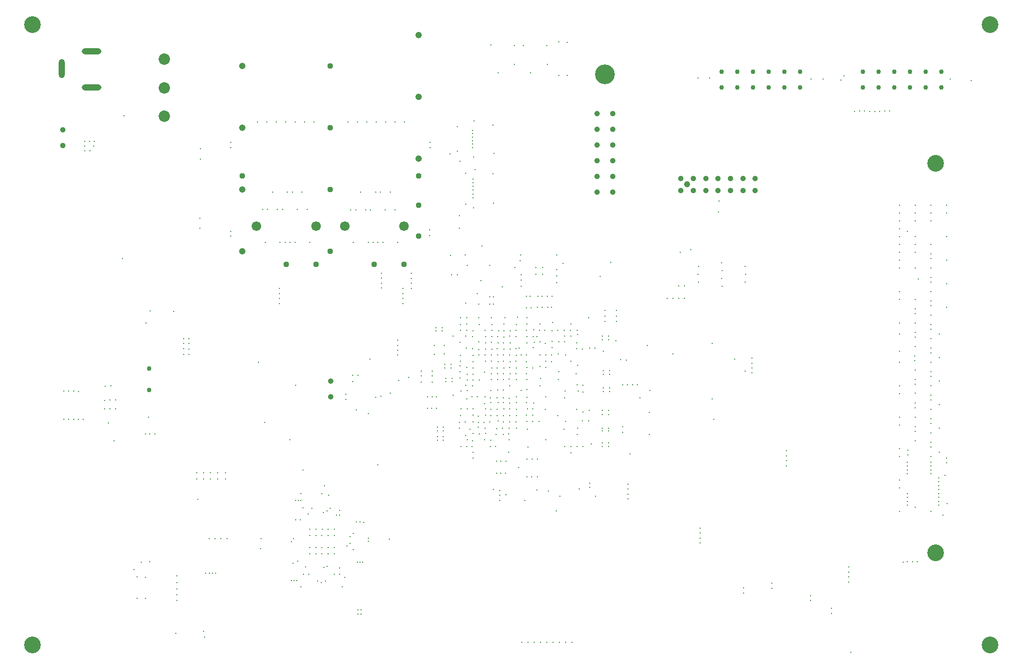
<source format=gbr>
G04 Layer_Color=0*
%FSLAX45Y45*%
%MOMM*%
%TF.FileFunction,Plated,1,6,PTH,Drill*%
%TF.Part,Single*%
G01*
G75*
%TA.AperFunction,ComponentDrill*%
%ADD220C,0.90000*%
%TA.AperFunction,OtherDrill,Pad Free-2 (112.928mm,131.267mm)*%
%ADD221C,3.20000*%
%TA.AperFunction,ComponentDrill*%
%ADD222C,0.95000*%
%ADD223C,1.05000*%
%ADD224C,1.55000*%
%ADD225C,0.76200*%
%ADD226C,0.90000*%
%ADD227C,1.00000*%
%ADD228C,1.85000*%
%TA.AperFunction,OtherDrill,Pad Free-MH3 (175.285mm,39.04mm)*%
%ADD229C,2.70000*%
%TA.AperFunction,OtherDrill,Pad Free-MH3 (20.345mm,39.04mm)*%
%ADD230C,2.70000*%
%TA.AperFunction,OtherDrill,Pad Free-MH3 (20.345mm,139.37mm)*%
%ADD231C,2.70000*%
%TA.AperFunction,OtherDrill,Pad Free-MH3 (175.285mm,139.37mm)*%
%ADD232C,2.70000*%
%TA.AperFunction,OtherDrill,Pad Free-MH3 (166.4mm,116.891mm)*%
%ADD233C,2.70000*%
%TA.AperFunction,OtherDrill,Pad Free-MH3 (166.4mm,53.891mm)*%
%ADD234C,2.70000*%
%TA.AperFunction,ComponentDrill*%
%ADD235O,3.17500X1.00000*%
%ADD236O,1.00000X3.10000*%
%TA.AperFunction,ViaDrill,NotFilled*%
%ADD237C,0.17780*%
%ADD238C,0.20320*%
%ADD239C,0.25400*%
%ADD240C,0.20000*%
D220*
X2519680Y11976100D02*
D03*
Y12230100D02*
D03*
X11419840Y11221720D02*
D03*
X11165840D02*
D03*
X11419840Y11475720D02*
D03*
X11165840D02*
D03*
X11419840Y11729720D02*
D03*
X11165840D02*
D03*
X11419840Y11983720D02*
D03*
X11165840D02*
D03*
X11419840Y12237720D02*
D03*
X11165840D02*
D03*
X11419840Y12491720D02*
D03*
X11165840D02*
D03*
X6852920Y8166100D02*
D03*
Y7912100D02*
D03*
D221*
X11292840Y13126720D02*
D03*
D222*
X6850320Y13263840D02*
D03*
Y12263840D02*
D03*
Y11263840D02*
D03*
Y10263840D02*
D03*
X8275320Y10513840D02*
D03*
Y11013840D02*
D03*
X5425320Y11483840D02*
D03*
X8275320D02*
D03*
X6617320Y10053840D02*
D03*
X6137320D02*
D03*
X7562320D02*
D03*
X8042320D02*
D03*
D223*
X5425320Y10263840D02*
D03*
Y11263840D02*
D03*
Y12263840D02*
D03*
Y13263840D02*
D03*
X8275320Y11763840D02*
D03*
Y12763840D02*
D03*
Y13763840D02*
D03*
D224*
X6617320Y10673839D02*
D03*
X5657320D02*
D03*
X8042320Y10673840D02*
D03*
X7082320D02*
D03*
D225*
X3916680Y8023860D02*
D03*
Y8373860D02*
D03*
X14455141Y13169901D02*
D03*
X14201140D02*
D03*
X13947141D02*
D03*
X13693140D02*
D03*
X13439140D02*
D03*
X13185139D02*
D03*
X14455141Y12915900D02*
D03*
X14201140D02*
D03*
X13947141D02*
D03*
X13693140D02*
D03*
X13439140D02*
D03*
X13185139D02*
D03*
X16741141Y13169901D02*
D03*
X16487140D02*
D03*
X16233141D02*
D03*
X15979140D02*
D03*
X15725140D02*
D03*
X15471140D02*
D03*
X16741141Y12915900D02*
D03*
X16487140D02*
D03*
X16233141D02*
D03*
X15979140D02*
D03*
X15725140D02*
D03*
X15471140D02*
D03*
D226*
X13724181Y11448720D02*
D03*
X13524181D02*
D03*
X13324181D02*
D03*
X13124181D02*
D03*
X12924181D02*
D03*
X12724180D02*
D03*
X12524180D02*
D03*
X13724181Y11248720D02*
D03*
X13524181D02*
D03*
X13324181D02*
D03*
X13124181D02*
D03*
X12924181D02*
D03*
X12724180D02*
D03*
X12524180D02*
D03*
D227*
X12624180Y11348720D02*
D03*
D228*
X4165600Y12453360D02*
D03*
Y13373360D02*
D03*
Y12913361D02*
D03*
D229*
X17528539Y3903979D02*
D03*
D230*
X2034540D02*
D03*
D231*
X2034540Y13936980D02*
D03*
D232*
X17528540Y13936980D02*
D03*
D233*
X16639999Y11689070D02*
D03*
D234*
Y5389070D02*
D03*
D235*
X2988280Y12919881D02*
D03*
Y13499879D02*
D03*
D236*
X2508280Y13219881D02*
D03*
D237*
X7806360Y5608320D02*
D03*
X7350000Y4400000D02*
D03*
X7300000D02*
D03*
X7350000Y4470000D02*
D03*
X7300000D02*
D03*
X6800000Y6070000D02*
D03*
X4990000Y5060000D02*
D03*
X4940000D02*
D03*
X4890000D02*
D03*
X6742900Y5156200D02*
D03*
X7040080Y4838700D02*
D03*
X7390600Y5885180D02*
D03*
X7326959Y5892000D02*
D03*
X7268680Y5887720D02*
D03*
X6445720Y5161280D02*
D03*
X6996900Y5145240D02*
D03*
X6547320Y6114580D02*
D03*
X6996900Y5046980D02*
D03*
X6918160Y5041900D02*
D03*
X6417780Y5046980D02*
D03*
X6222200Y4942840D02*
D03*
X6265380D02*
D03*
X6308560D02*
D03*
X6501600Y5046180D02*
D03*
X6737020Y6045200D02*
D03*
X6493980Y6019800D02*
D03*
X6290780Y6238240D02*
D03*
X6333019Y6237440D02*
D03*
X6374600Y6238240D02*
D03*
Y4841240D02*
D03*
X4703280Y6258560D02*
D03*
X6371120Y6350000D02*
D03*
X6646380Y4937760D02*
D03*
X6770840D02*
D03*
X6707340Y4904740D02*
D03*
X6222200Y5572760D02*
D03*
X5726200Y5619180D02*
D03*
X5725510Y5462150D02*
D03*
X6714890Y6347460D02*
D03*
X7283920Y5242560D02*
D03*
X7329640D02*
D03*
X7375360D02*
D03*
X7466800Y5580380D02*
D03*
Y5626100D02*
D03*
X6946639Y5996639D02*
D03*
X6996639D02*
D03*
X7000000Y6080000D02*
D03*
X6410000Y6120000D02*
D03*
X6850000Y6110000D02*
D03*
X7085800Y4995800D02*
D03*
X4830000Y5060000D02*
D03*
X6258812Y5621020D02*
D03*
X6799986Y5169990D02*
D03*
X7169986Y5649989D02*
D03*
X7117080Y5504180D02*
D03*
X7169986Y5539989D02*
D03*
X7617460Y6812280D02*
D03*
X15270000Y3779520D02*
D03*
D238*
X8021320Y9503400D02*
D03*
X8160000Y9830000D02*
D03*
X7675880Y9833600D02*
D03*
X8160000Y9750000D02*
D03*
X7675880Y9753600D02*
D03*
X8021320Y9583400D02*
D03*
X6027420Y9583416D02*
D03*
Y9503416D02*
D03*
X9044940Y9431020D02*
D03*
X9254100Y9190060D02*
D03*
X9261880Y9082280D02*
D03*
X10132060Y8707120D02*
D03*
X11740000Y8110000D02*
D03*
X9361880Y7617840D02*
D03*
X11660000Y8110000D02*
D03*
X9361880Y7717840D02*
D03*
X13566141Y10022840D02*
D03*
X10927080Y8686800D02*
D03*
X10640000Y8900000D02*
D03*
Y8800000D02*
D03*
X10849978Y8919982D02*
D03*
X8961120Y7110000D02*
D03*
X9040000Y7290000D02*
D03*
X8940000Y7500000D02*
D03*
X8560000Y8980000D02*
D03*
X8660000D02*
D03*
Y9030000D02*
D03*
X8560000D02*
D03*
X8690000Y8740000D02*
D03*
X8947780Y8795380D02*
D03*
X8530000Y8740000D02*
D03*
X12830000Y5550000D02*
D03*
X16694000Y6160020D02*
D03*
X16189967Y10589979D02*
D03*
X16703000Y8930000D02*
D03*
X16700000Y8550000D02*
D03*
Y8170000D02*
D03*
Y7790000D02*
D03*
Y7410000D02*
D03*
Y7020000D02*
D03*
X16800000Y6640000D02*
D03*
X16186000Y6160020D02*
D03*
X16569540Y6668020D02*
D03*
X15239999Y4920000D02*
D03*
Y5160000D02*
D03*
X9107817Y7389500D02*
D03*
X16691460Y6601980D02*
D03*
Y6414020D02*
D03*
X13670000Y8300000D02*
D03*
Y8540000D02*
D03*
X16694000Y6347980D02*
D03*
X16567000Y6063500D02*
D03*
X16821001Y9365500D02*
D03*
Y9746500D02*
D03*
Y10127500D02*
D03*
Y10508500D02*
D03*
Y10889500D02*
D03*
X16567000Y11016500D02*
D03*
Y10762500D02*
D03*
Y10381500D02*
D03*
Y10000500D02*
D03*
Y9619500D02*
D03*
Y9238500D02*
D03*
Y8857500D02*
D03*
Y8476500D02*
D03*
Y8095500D02*
D03*
Y7714500D02*
D03*
Y7333500D02*
D03*
Y6952500D02*
D03*
X16059000Y11016500D02*
D03*
Y10762500D02*
D03*
Y10508500D02*
D03*
Y10254500D02*
D03*
Y10127500D02*
D03*
Y10000500D02*
D03*
Y9619500D02*
D03*
Y9492500D02*
D03*
Y9111500D02*
D03*
Y8933700D02*
D03*
Y8654300D02*
D03*
Y8476500D02*
D03*
Y8095500D02*
D03*
Y7968500D02*
D03*
Y7587500D02*
D03*
Y7460500D02*
D03*
Y7079500D02*
D03*
Y6952500D02*
D03*
Y6571500D02*
D03*
Y6444500D02*
D03*
Y6063500D02*
D03*
X16313000Y7206500D02*
D03*
Y7587500D02*
D03*
X16313499Y7970000D02*
D03*
X16313000Y8349500D02*
D03*
Y8730500D02*
D03*
Y9111500D02*
D03*
Y9492500D02*
D03*
Y10381500D02*
D03*
Y10889500D02*
D03*
Y10254500D02*
D03*
X16567000Y10889500D02*
D03*
X16821001Y11016500D02*
D03*
X16313000Y10000500D02*
D03*
X16059000Y10381500D02*
D03*
X16313000Y10508500D02*
D03*
X16059000Y10635500D02*
D03*
X16313000Y10762500D02*
D03*
Y11016500D02*
D03*
X16059000Y10889500D02*
D03*
X9360000Y8490000D02*
D03*
X9454100Y8490060D02*
D03*
X9563100Y8478520D02*
D03*
X9654100Y8490060D02*
D03*
X9761880Y8482280D02*
D03*
X9754100Y8390060D02*
D03*
X9854100Y8490060D02*
D03*
X10022840Y8483600D02*
D03*
X16350000Y5245000D02*
D03*
X9661880Y8682280D02*
D03*
X9654100Y8590060D02*
D03*
Y8790060D02*
D03*
X9565640Y8788400D02*
D03*
X9454100Y9190060D02*
D03*
X9569981Y8979982D02*
D03*
X9461880Y9082280D02*
D03*
X10734100Y8990060D02*
D03*
X10030000Y9090000D02*
D03*
X9861880Y9082280D02*
D03*
X10100000Y9350000D02*
D03*
X11480000Y9310000D02*
D03*
X9360940Y8682280D02*
D03*
Y8782280D02*
D03*
X7942580Y8747740D02*
D03*
X9490000Y9530000D02*
D03*
X9430000D02*
D03*
X9490000Y9410000D02*
D03*
X9430000D02*
D03*
X9250680Y9413240D02*
D03*
X8160000Y9670000D02*
D03*
X10030000Y9190000D02*
D03*
X11250000Y7170000D02*
D03*
X8500000Y8330000D02*
D03*
X8720000Y8160000D02*
D03*
X8820000D02*
D03*
Y8210000D02*
D03*
X8320000Y8330000D02*
D03*
X8501220Y8152320D02*
D03*
X8321220D02*
D03*
X8720000Y8210000D02*
D03*
X8800000Y8380000D02*
D03*
Y8440000D02*
D03*
X8700000Y8380000D02*
D03*
Y8440000D02*
D03*
X11370000Y8280000D02*
D03*
Y8340000D02*
D03*
X11270000Y8280000D02*
D03*
Y8340000D02*
D03*
X11350000Y7630000D02*
D03*
Y7690000D02*
D03*
X11250000Y7630000D02*
D03*
Y7690000D02*
D03*
Y7410000D02*
D03*
X11350000D02*
D03*
Y7360000D02*
D03*
X11250000D02*
D03*
X10830000Y8290000D02*
D03*
X10940000Y8100000D02*
D03*
X11580000Y8110000D02*
D03*
X10940000Y7110000D02*
D03*
X10840000D02*
D03*
X10740000D02*
D03*
X10640000D02*
D03*
X10230000Y7520000D02*
D03*
X10040000Y7720000D02*
D03*
X11030000Y9190000D02*
D03*
X10740000Y9090000D02*
D03*
X10540000Y8610000D02*
D03*
X10240000Y8590000D02*
D03*
X10550000Y8320000D02*
D03*
X10250000Y8210000D02*
D03*
X10340000Y7910000D02*
D03*
X10530000Y7610000D02*
D03*
X10659979Y7517999D02*
D03*
X10932160Y7523480D02*
D03*
X10630000Y7390000D02*
D03*
X10030000Y8390000D02*
D03*
X8960000Y7610000D02*
D03*
X9450000D02*
D03*
X9750000Y7720000D02*
D03*
X10026320Y7817840D02*
D03*
X11070000Y7150000D02*
D03*
X10740000Y7010000D02*
D03*
X10050000Y7100000D02*
D03*
X9854100Y7510060D02*
D03*
X9550000Y7610000D02*
D03*
X9937160Y8018780D02*
D03*
X9456420Y8793480D02*
D03*
X9151620Y8696960D02*
D03*
X9250680Y8806180D02*
D03*
X9254100Y8590060D02*
D03*
X9674860Y9194800D02*
D03*
X9854100Y8290060D02*
D03*
X9454100D02*
D03*
X8947500Y8410000D02*
D03*
X9554100Y8590060D02*
D03*
X9354100D02*
D03*
X9054100Y9190060D02*
D03*
X8954100D02*
D03*
X9054100Y8990060D02*
D03*
Y9090060D02*
D03*
X9854100Y8890060D02*
D03*
Y8990060D02*
D03*
X9554100Y8890060D02*
D03*
X10834100Y8690060D02*
D03*
X10634100Y8990060D02*
D03*
X10534100D02*
D03*
X10234100D02*
D03*
X9050020Y8702040D02*
D03*
X7675881Y9911919D02*
D03*
X8021320Y9663400D02*
D03*
X8160000Y9910000D02*
D03*
X8021320Y9423400D02*
D03*
X9558020Y8282940D02*
D03*
X10022840D02*
D03*
X9761220Y8285480D02*
D03*
X9060180Y8384540D02*
D03*
X6027420Y9663416D02*
D03*
X9159240Y7018020D02*
D03*
X7942580Y8827740D02*
D03*
X10026320Y7617840D02*
D03*
X10126320Y7717840D02*
D03*
X9561880Y7817840D02*
D03*
X9161880Y8982280D02*
D03*
X9154100Y8890060D02*
D03*
X9661880Y7717840D02*
D03*
X10660000Y8590000D02*
D03*
X10426320Y8482280D02*
D03*
X10126320Y8382280D02*
D03*
X9654100Y8290060D02*
D03*
X10030460Y8196580D02*
D03*
X7675881Y9671919D02*
D03*
X9754100Y8590060D02*
D03*
X9461880Y8682280D02*
D03*
X9862820Y8382000D02*
D03*
X9661880Y8382280D02*
D03*
X9461880D02*
D03*
X11666220Y6501100D02*
D03*
Y6261100D02*
D03*
X9454100Y8590060D02*
D03*
X9151620Y8088500D02*
D03*
X12301220Y9502140D02*
D03*
X12578080Y9705340D02*
D03*
X12485793Y9708727D02*
D03*
X12509500Y10248900D02*
D03*
X12684760Y10292080D02*
D03*
X6027420Y9423416D02*
D03*
X10334100Y8490060D02*
D03*
Y8390060D02*
D03*
Y8590060D02*
D03*
X7942580Y8587740D02*
D03*
X9756140Y8900160D02*
D03*
X9552940Y8689340D02*
D03*
X9174480Y12374880D02*
D03*
X9484360Y12311380D02*
D03*
X9500800Y11852840D02*
D03*
X9170600Y11791880D02*
D03*
X8908980Y11883320D02*
D03*
Y12282100D02*
D03*
X9169400Y10972800D02*
D03*
X9493180Y11045120D02*
D03*
X9480620Y11520240D02*
D03*
X9189720Y11590020D02*
D03*
X10642600Y7894320D02*
D03*
X10033000Y7513320D02*
D03*
X10429240Y8592820D02*
D03*
X10243820Y8404860D02*
D03*
X9044100Y8900060D02*
D03*
X8420000Y7910000D02*
D03*
X8570000D02*
D03*
X8500000D02*
D03*
X8420000Y7730000D02*
D03*
X8490000D02*
D03*
X8570000D02*
D03*
X8320000Y8250000D02*
D03*
X8500000D02*
D03*
X13566141Y9766300D02*
D03*
X13568680Y9895840D02*
D03*
X11390000Y10090000D02*
D03*
X9160000Y6920000D02*
D03*
X8580000Y7420000D02*
D03*
Y7360000D02*
D03*
X8680000Y7420000D02*
D03*
Y7360000D02*
D03*
X8580000Y7270000D02*
D03*
Y7210000D02*
D03*
X9354100Y8990060D02*
D03*
X10650000Y8010000D02*
D03*
X10240000Y8090000D02*
D03*
X10020000Y9350000D02*
D03*
Y9540000D02*
D03*
X10080000D02*
D03*
X10210000D02*
D03*
X10280000D02*
D03*
X10360000D02*
D03*
X10440000D02*
D03*
X10450000Y9120000D02*
D03*
X10200000Y9360000D02*
D03*
X11040000Y7690000D02*
D03*
X9540000Y6680000D02*
D03*
X9610000D02*
D03*
X9680000D02*
D03*
X9610000Y6870000D02*
D03*
X9540000D02*
D03*
X11290000Y9220000D02*
D03*
Y9130000D02*
D03*
X11480000Y9220000D02*
D03*
Y9130000D02*
D03*
X9636760Y9692640D02*
D03*
X10110000Y6620000D02*
D03*
X10200000D02*
D03*
X7960000Y8180000D02*
D03*
X8120000Y8230000D02*
D03*
X11470000Y8820000D02*
D03*
X9860000Y7610000D02*
D03*
X7820000Y7970000D02*
D03*
X7942580Y8667740D02*
D03*
X10030000Y8890000D02*
D03*
X9659981Y9089982D02*
D03*
X9759980Y8979982D02*
D03*
X9880000Y9200160D02*
D03*
X8840000Y7940000D02*
D03*
X10030000Y6620000D02*
D03*
X10120000Y6910000D02*
D03*
X10200000D02*
D03*
X9161780Y11130280D02*
D03*
Y11192256D02*
D03*
Y11254232D02*
D03*
Y11316208D02*
D03*
Y11378184D02*
D03*
Y11440160D02*
D03*
X9151620Y11943080D02*
D03*
Y11999976D02*
D03*
Y12056872D02*
D03*
Y12113768D02*
D03*
Y12170664D02*
D03*
Y12227560D02*
D03*
X10280000Y9360000D02*
D03*
X9690000Y6870000D02*
D03*
X9040000Y11530000D02*
D03*
Y11030000D02*
D03*
X9754260Y7610220D02*
D03*
X10033000Y7901940D02*
D03*
X9160000Y7507460D02*
D03*
X10845800Y7302500D02*
D03*
X9749980Y7809984D02*
D03*
X10140000Y7810500D02*
D03*
X9859980Y7819984D02*
D03*
X9649981D02*
D03*
X9449981D02*
D03*
X9859980Y7909984D02*
D03*
X9739981Y7889984D02*
D03*
X10330000Y7710000D02*
D03*
X11640000Y8510000D02*
D03*
X11981180Y8747760D02*
D03*
X11031220Y7520940D02*
D03*
X11370000Y8060000D02*
D03*
X12393507Y9502140D02*
D03*
X10126320Y7617840D02*
D03*
X12485793Y9502140D02*
D03*
X10126320Y7517840D02*
D03*
X12578080Y9502140D02*
D03*
X10039980Y7389985D02*
D03*
X10933540Y7670877D02*
D03*
X10839978Y8109984D02*
D03*
X11290000Y9310000D02*
D03*
X10019980Y8989982D02*
D03*
X10139980Y8999982D02*
D03*
X10329979Y8779982D02*
D03*
X8839982Y8899982D02*
D03*
X9549981Y8379983D02*
D03*
X9342120Y7806100D02*
D03*
X9453880Y8196580D02*
D03*
X9440000Y7900000D02*
D03*
X8530000Y8600000D02*
D03*
X8690000Y8610000D02*
D03*
X9739981Y8199984D02*
D03*
X9866160Y8195640D02*
D03*
X10029980Y8029984D02*
D03*
X9860000Y7713700D02*
D03*
X9249981Y8679983D02*
D03*
X9450000Y7710000D02*
D03*
X9550000D02*
D03*
X10535920Y8191500D02*
D03*
X9350000Y7910000D02*
D03*
X10854040Y7410000D02*
D03*
X10831796Y7711796D02*
D03*
X9359981Y8889982D02*
D03*
X11820000Y8110000D02*
D03*
X9654100Y8190060D02*
D03*
X9554100D02*
D03*
X9161880Y8382280D02*
D03*
X13670000Y8460000D02*
D03*
X9161880Y8282280D02*
D03*
X13670000Y8380000D02*
D03*
X9650000Y7900000D02*
D03*
X9550000D02*
D03*
X9346206Y8309887D02*
D03*
X9449064Y8019380D02*
D03*
X9749980Y8089984D02*
D03*
X9649981Y8019984D02*
D03*
X9559981D02*
D03*
X10939780Y7993380D02*
D03*
X10860000Y8010000D02*
D03*
X11270000Y8060000D02*
D03*
X11370000Y8000000D02*
D03*
X11270000D02*
D03*
X16567000Y10152900D02*
D03*
Y10229100D02*
D03*
X9261880Y8182280D02*
D03*
X9161880D02*
D03*
X16367760Y9817100D02*
D03*
X9860000Y7410000D02*
D03*
X9654040Y7610000D02*
D03*
X9751060Y7510780D02*
D03*
X9350000Y7410000D02*
D03*
X9527540Y7109460D02*
D03*
X9654540Y7510780D02*
D03*
X9568180Y7523480D02*
D03*
X9652000Y7306516D02*
D03*
X9738360Y7018020D02*
D03*
X10030000Y6910000D02*
D03*
X9161880Y7317840D02*
D03*
X16696539Y6541020D02*
D03*
X9240000Y7420000D02*
D03*
X11666220Y6341100D02*
D03*
X16696539Y6474980D02*
D03*
X9342120Y7216140D02*
D03*
X11666220Y6421100D02*
D03*
X14229080Y7038320D02*
D03*
Y6798320D02*
D03*
X12830000Y5790000D02*
D03*
X9146540Y7106920D02*
D03*
X14229080Y6958320D02*
D03*
X9151620Y7200900D02*
D03*
X14229080Y6878320D02*
D03*
X9429981Y7509985D02*
D03*
X16313000Y8882900D02*
D03*
X9339981Y7499985D02*
D03*
X16313000Y8959100D02*
D03*
X9449361Y7209155D02*
D03*
X16567000Y9009900D02*
D03*
X9439981Y7109986D02*
D03*
X16567000Y9086100D02*
D03*
Y8705100D02*
D03*
X9260000Y7310000D02*
D03*
X16567000Y8628900D02*
D03*
X9361880Y7317840D02*
D03*
X8680000Y7210000D02*
D03*
Y7270000D02*
D03*
X16193620Y6977900D02*
D03*
Y7054100D02*
D03*
X9040000Y8100000D02*
D03*
X9060000Y7880000D02*
D03*
X16186000Y6347980D02*
D03*
Y6668020D02*
D03*
X7670000Y7920000D02*
D03*
X16115437Y5242734D02*
D03*
X16569540Y6855980D02*
D03*
X16186000D02*
D03*
X16758920Y6002020D02*
D03*
X16827499Y6187440D02*
D03*
X16311880Y6126480D02*
D03*
X16567000Y9771900D02*
D03*
X9739981Y7409985D02*
D03*
X16567000Y9848100D02*
D03*
X9629981Y7409985D02*
D03*
X10340000Y7220000D02*
D03*
X11350000Y7110000D02*
D03*
Y7170000D02*
D03*
X11250000Y7110000D02*
D03*
X9738360Y7310120D02*
D03*
X16567000Y9390900D02*
D03*
X9740000Y7220000D02*
D03*
X16567000Y9467100D02*
D03*
X9537700Y7396480D02*
D03*
X16313000Y9263900D02*
D03*
X9532620Y7307580D02*
D03*
X16313000Y9340100D02*
D03*
X11044600Y8702040D02*
D03*
X11129600D02*
D03*
X10850000Y8420000D02*
D03*
X10744200Y8491220D02*
D03*
X9862820Y8580120D02*
D03*
X11350000Y8900000D02*
D03*
X11250000D02*
D03*
X11350000Y8840000D02*
D03*
X11250000D02*
D03*
X10838180Y8783320D02*
D03*
X9850120Y8696960D02*
D03*
X10025380Y8587740D02*
D03*
X10033000Y8783320D02*
D03*
X9942064Y8587740D02*
D03*
X9906000Y8704580D02*
D03*
X10130000Y8890000D02*
D03*
X10241280Y9093200D02*
D03*
X10436860Y8981440D02*
D03*
X10317480Y8989060D02*
D03*
X10370000Y9360000D02*
D03*
X10430000D02*
D03*
X10548620Y8803640D02*
D03*
X10188220Y8889500D02*
D03*
X15333980Y12532360D02*
D03*
X10246360Y8802320D02*
D03*
X15415623Y12532723D02*
D03*
X10746740Y8892540D02*
D03*
X15494725Y12533085D02*
D03*
X10840720Y8991600D02*
D03*
X15576369Y12530908D02*
D03*
X10439400Y8808720D02*
D03*
X15735300Y12529820D02*
D03*
X10441940Y8712200D02*
D03*
X15660551Y12528731D02*
D03*
X10152380Y8796020D02*
D03*
X15902939Y12534901D02*
D03*
X15821660Y12537440D02*
D03*
X9059982Y7109986D02*
D03*
X16313000Y8197100D02*
D03*
Y8120900D02*
D03*
X9061880Y7217840D02*
D03*
X12830000Y5710000D02*
D03*
X9161880Y7617840D02*
D03*
X16694000Y6287020D02*
D03*
X12830000Y5630000D02*
D03*
X9161880Y7717840D02*
D03*
X16694000Y6220980D02*
D03*
X8939982Y7409985D02*
D03*
X16567000Y8324100D02*
D03*
X9029982Y7509985D02*
D03*
X16567000Y8247900D02*
D03*
X8961880Y7717840D02*
D03*
X16313000Y7816100D02*
D03*
X9061880Y7717840D02*
D03*
X16313000Y7739900D02*
D03*
X9243300Y7599260D02*
D03*
X15239999Y5080000D02*
D03*
X16569540Y6728980D02*
D03*
X9243300Y7499260D02*
D03*
X15239999Y5000000D02*
D03*
X16569540Y6795020D02*
D03*
X9139982Y7909984D02*
D03*
X16567000Y7943100D02*
D03*
X9229660Y7914500D02*
D03*
X16567000Y7866900D02*
D03*
X8966200Y8008620D02*
D03*
X16313000Y7435100D02*
D03*
X9062720Y8018780D02*
D03*
X16313000Y7358900D02*
D03*
X16821001Y6850900D02*
D03*
X9061880Y8182280D02*
D03*
X13992860Y4898380D02*
D03*
X16821001Y6927100D02*
D03*
X9061880Y8282280D02*
D03*
X13992860Y4818380D02*
D03*
X16567000Y7485900D02*
D03*
X8949982Y8219984D02*
D03*
X13538200Y4819640D02*
D03*
X16567000Y7562100D02*
D03*
X8950000Y8320000D02*
D03*
X13538200Y4739640D02*
D03*
X16567000Y7104900D02*
D03*
X14620239Y4697720D02*
D03*
X8958540Y8485620D02*
D03*
X16567000Y7181100D02*
D03*
X8958540Y8585620D02*
D03*
X14620239Y4617720D02*
D03*
X14960001Y4490000D02*
D03*
X8958540Y8985620D02*
D03*
X14960001Y4410000D02*
D03*
X8958540Y9085620D02*
D03*
X9460000Y8890000D02*
D03*
X16186501Y6220480D02*
D03*
X9460000Y8990000D02*
D03*
X16186000Y6287020D02*
D03*
X9661880Y8882280D02*
D03*
X16186000Y6728980D02*
D03*
X9661880Y8982280D02*
D03*
X16186000Y6795020D02*
D03*
X9761880Y8682280D02*
D03*
X16189999Y5245000D02*
D03*
X9761880Y8782280D02*
D03*
X16270000Y5245000D02*
D03*
X9161880Y8582280D02*
D03*
X16307919Y8578100D02*
D03*
X9161880Y8482280D02*
D03*
X16307919Y8501900D02*
D03*
X9227820Y9580880D02*
D03*
D239*
X13192760Y9702800D02*
D03*
X13180060Y9829800D02*
D03*
X13187680Y9956800D02*
D03*
X13185139Y10083800D02*
D03*
X3926840Y5247640D02*
D03*
X11700000Y6990000D02*
D03*
X11580000Y7430000D02*
D03*
Y7340000D02*
D03*
X12010000Y7660000D02*
D03*
X12014200Y7305800D02*
D03*
X13056799Y7553640D02*
D03*
X9936480Y9799320D02*
D03*
X10510520Y9761220D02*
D03*
X10513060Y9872980D02*
D03*
X6474460Y10942320D02*
D03*
X4478020Y8775440D02*
D03*
Y8854180D02*
D03*
X4475480Y8689080D02*
D03*
Y8600180D02*
D03*
X4559300Y8775440D02*
D03*
X4561840Y8854180D02*
D03*
X4559300Y8686540D02*
D03*
Y8597640D02*
D03*
X10683240Y13108940D02*
D03*
X10551160Y13111481D02*
D03*
X12021820Y8018780D02*
D03*
X6410000Y6730000D02*
D03*
X10507980Y6065520D02*
D03*
X10568940Y6301740D02*
D03*
X11140440Y6306820D02*
D03*
X10375900Y6388100D02*
D03*
X9690100Y6327140D02*
D03*
X9430000Y10040000D02*
D03*
X9070000D02*
D03*
X9290000Y9790000D02*
D03*
X8816340Y9888220D02*
D03*
X10614660Y10073640D02*
D03*
X9834880Y10005060D02*
D03*
X9936480Y9702800D02*
D03*
Y9888220D02*
D03*
X9918700Y10116820D02*
D03*
X9926320Y10205720D02*
D03*
X10515600Y10208260D02*
D03*
X10518140Y9974580D02*
D03*
X7223760Y5702000D02*
D03*
X7221220Y5443220D02*
D03*
X6327140Y5257800D02*
D03*
X6245860Y5222240D02*
D03*
X6365240Y5923280D02*
D03*
X6289040D02*
D03*
X4799800Y4119080D02*
D03*
X4349780Y4088100D02*
D03*
X4363720Y5016500D02*
D03*
Y4912360D02*
D03*
Y4810760D02*
D03*
Y4716780D02*
D03*
Y4620260D02*
D03*
X5179060Y5623560D02*
D03*
X5080000Y5621020D02*
D03*
X4986020Y5623560D02*
D03*
X4889500Y5621020D02*
D03*
X4686300Y6690360D02*
D03*
X4795520D02*
D03*
X4912360D02*
D03*
X5029200D02*
D03*
X5151120D02*
D03*
Y6581140D02*
D03*
X5029200D02*
D03*
X4912360D02*
D03*
X4795520D02*
D03*
X4686300D02*
D03*
X2778760Y8000740D02*
D03*
X2697480Y8003280D02*
D03*
X2616200Y8005820D02*
D03*
X2542540D02*
D03*
X2849880Y7553700D02*
D03*
X2773680D02*
D03*
X2697480D02*
D03*
X2618740D02*
D03*
X2537460D02*
D03*
X4318620Y9295520D02*
D03*
X2959220Y11894240D02*
D03*
X2875400Y11891700D02*
D03*
X3020000Y11970000D02*
D03*
X2877940Y11967900D02*
D03*
X3032880Y12046640D02*
D03*
X2956680D02*
D03*
X2877940Y12044100D02*
D03*
X3909060Y7584180D02*
D03*
X3200400Y7716260D02*
D03*
X3197860Y7858500D02*
D03*
X6714960Y5671820D02*
D03*
X6717500Y5768340D02*
D03*
X6816560D02*
D03*
X6619075D02*
D03*
X6520650D02*
D03*
X6914350D02*
D03*
X6815925Y5671820D02*
D03*
X6619075D02*
D03*
X6520650D02*
D03*
X6914350D02*
D03*
X6813385Y5473700D02*
D03*
X6616535D02*
D03*
X6518110D02*
D03*
X6714960D02*
D03*
X6911810D02*
D03*
X6813385Y5377180D02*
D03*
X6616535D02*
D03*
X6518110D02*
D03*
X6714960D02*
D03*
X6911810D02*
D03*
X8906040Y9887420D02*
D03*
X9588500Y6322060D02*
D03*
Y6241580D02*
D03*
X13032739Y8775700D02*
D03*
Y7881620D02*
D03*
X11861800Y7899400D02*
D03*
X9491980Y6413500D02*
D03*
X9588500Y6400800D02*
D03*
X10195560Y6403340D02*
D03*
X11049000Y6518660D02*
D03*
X9898380Y6774180D02*
D03*
X12390120Y8610600D02*
D03*
X9451340Y13601700D02*
D03*
X9824720Y13591541D02*
D03*
Y13294360D02*
D03*
X10350500Y13594080D02*
D03*
X9969500Y13591541D02*
D03*
X10358120Y13291820D02*
D03*
X3858260Y4994960D02*
D03*
X3726180Y5000040D02*
D03*
X12806680Y10025380D02*
D03*
X12804140Y9893300D02*
D03*
X12806680Y9768840D02*
D03*
X6118820Y10408920D02*
D03*
X6278820D02*
D03*
X6518820D02*
D03*
X7541220Y10413999D02*
D03*
X7621220Y10414000D02*
D03*
X7701220D02*
D03*
X7941220D02*
D03*
X5754460Y10942320D02*
D03*
X5834460D02*
D03*
X7180620Y10937240D02*
D03*
X7900620D02*
D03*
X7260620D02*
D03*
X7420620D02*
D03*
X5994460Y10942320D02*
D03*
X7462780Y10414000D02*
D03*
X7221220D02*
D03*
X6038820Y10408920D02*
D03*
X5798820D02*
D03*
X6198820D02*
D03*
X5674360Y12357100D02*
D03*
X5826760D02*
D03*
X5979160D02*
D03*
X6131560D02*
D03*
X6283960D02*
D03*
X6436360D02*
D03*
X6588760D02*
D03*
X8051800Y12359640D02*
D03*
X7899400D02*
D03*
X7747000D02*
D03*
X7594600D02*
D03*
X7442200D02*
D03*
X7289800D02*
D03*
X7137400D02*
D03*
X5240020Y10591800D02*
D03*
X5242560Y12029440D02*
D03*
Y11940540D02*
D03*
X8463280Y12026900D02*
D03*
Y11943080D02*
D03*
X8458200Y10614660D02*
D03*
Y10525760D02*
D03*
X3261360Y7487920D02*
D03*
X3515740Y12458120D02*
D03*
X3934460Y9298940D02*
D03*
X4817860Y4023880D02*
D03*
X5240020Y10510520D02*
D03*
X7104380Y7871460D02*
D03*
Y7960360D02*
D03*
X7211060Y8257540D02*
D03*
Y8163560D02*
D03*
X7297420Y8257540D02*
D03*
X3726180Y4657140D02*
D03*
X3858260Y4654600D02*
D03*
X3671520Y5116880D02*
D03*
X10253980Y3939540D02*
D03*
X10050780D02*
D03*
X10152380D02*
D03*
X10355580D02*
D03*
X10558780D02*
D03*
X10660380D02*
D03*
X9949180D02*
D03*
X10457180D02*
D03*
X10761980D02*
D03*
X6290320Y8096260D02*
D03*
X6756400Y6474460D02*
D03*
X6192520Y7221220D02*
D03*
X3348240Y7205980D02*
D03*
X3210560Y8087100D02*
D03*
X3375660Y7861040D02*
D03*
Y7718800D02*
D03*
X3304540Y8089640D02*
D03*
X3286760Y7861040D02*
D03*
X3284220Y7716260D02*
D03*
X5788660Y7500620D02*
D03*
X11544300Y8514080D02*
D03*
X9301480Y10350500D02*
D03*
X8796020Y10198100D02*
D03*
X10551160Y13652499D02*
D03*
X10685780Y13647420D02*
D03*
X9564300Y13153320D02*
D03*
X10090080Y13150780D02*
D03*
X7487920Y8526780D02*
D03*
X3790000Y5240000D02*
D03*
X5690000Y8470000D02*
D03*
X13139999Y11080000D02*
D03*
X13130000Y10900000D02*
D03*
X8940000Y10640000D02*
D03*
Y10840000D02*
D03*
X8950000Y11720000D02*
D03*
X8790000Y11840000D02*
D03*
X4740000Y10640000D02*
D03*
Y10800000D02*
D03*
X4750000Y11930000D02*
D03*
Y11760000D02*
D03*
X3490000Y10150000D02*
D03*
X3860000Y7310000D02*
D03*
X3930000D02*
D03*
X4010000D02*
D03*
X10880000Y6420000D02*
D03*
X9030000Y10210000D02*
D03*
X11220000Y9860000D02*
D03*
X13389999Y8520000D02*
D03*
X13560001Y8330000D02*
D03*
X7470000Y7640000D02*
D03*
X7270000Y7700000D02*
D03*
X3870000Y9110000D02*
D03*
X6819986Y6319987D02*
D03*
X10000000Y6240000D02*
D03*
X7500620Y10937240D02*
D03*
X7740620D02*
D03*
X7820320Y11220978D02*
D03*
X7660620D02*
D03*
X7580620D02*
D03*
X7340620D02*
D03*
X6074460Y10942320D02*
D03*
X6314460D02*
D03*
X6394160Y11226058D02*
D03*
X6234140D02*
D03*
X6154460D02*
D03*
X5914460D02*
D03*
X7584440Y7901940D02*
D03*
X11049000Y6446520D02*
D03*
X14631441Y13052020D02*
D03*
X14820900Y13050520D02*
D03*
X12800560Y13066800D02*
D03*
X12988519D02*
D03*
X11264900Y8648700D02*
D03*
X15109419Y13036320D02*
D03*
X15163800Y13101320D02*
D03*
X17221201Y13027660D02*
D03*
X16878300Y13050520D02*
D03*
D240*
X10179119Y10003660D02*
D03*
Y9893660D02*
D03*
X10289119D02*
D03*
Y10003660D02*
D03*
%TF.MD5,50794fe540dd240ed502c629ad3e070d*%
M02*

</source>
